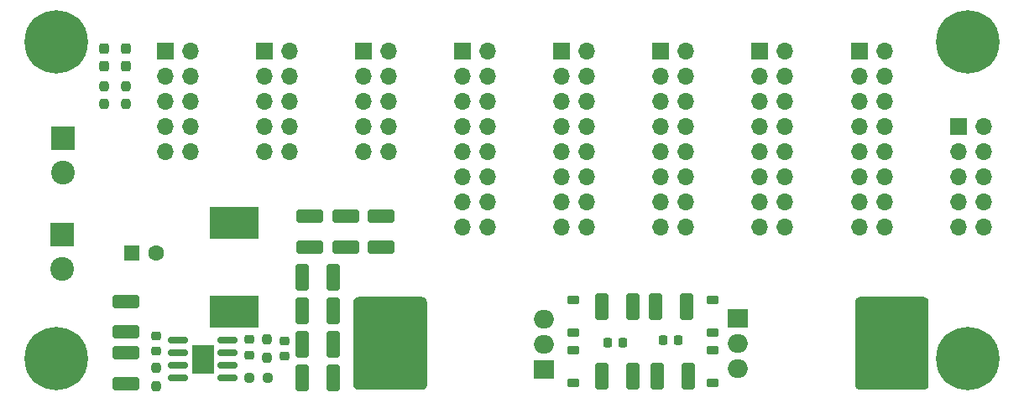
<source format=gbr>
%TF.GenerationSoftware,KiCad,Pcbnew,8.0.0*%
%TF.CreationDate,2024-09-10T09:18:46-07:00*%
%TF.ProjectId,power_v2,706f7765-725f-4763-922e-6b696361645f,rev?*%
%TF.SameCoordinates,Original*%
%TF.FileFunction,Soldermask,Top*%
%TF.FilePolarity,Negative*%
%FSLAX46Y46*%
G04 Gerber Fmt 4.6, Leading zero omitted, Abs format (unit mm)*
G04 Created by KiCad (PCBNEW 8.0.0) date 2024-09-10 09:18:46*
%MOMM*%
%LPD*%
G01*
G04 APERTURE LIST*
G04 Aperture macros list*
%AMRoundRect*
0 Rectangle with rounded corners*
0 $1 Rounding radius*
0 $2 $3 $4 $5 $6 $7 $8 $9 X,Y pos of 4 corners*
0 Add a 4 corners polygon primitive as box body*
4,1,4,$2,$3,$4,$5,$6,$7,$8,$9,$2,$3,0*
0 Add four circle primitives for the rounded corners*
1,1,$1+$1,$2,$3*
1,1,$1+$1,$4,$5*
1,1,$1+$1,$6,$7*
1,1,$1+$1,$8,$9*
0 Add four rect primitives between the rounded corners*
20,1,$1+$1,$2,$3,$4,$5,0*
20,1,$1+$1,$4,$5,$6,$7,0*
20,1,$1+$1,$6,$7,$8,$9,0*
20,1,$1+$1,$8,$9,$2,$3,0*%
G04 Aperture macros list end*
%ADD10RoundRect,0.225000X0.250000X-0.225000X0.250000X0.225000X-0.250000X0.225000X-0.250000X-0.225000X0*%
%ADD11R,1.700000X1.700000*%
%ADD12O,1.700000X1.700000*%
%ADD13R,4.950000X3.175000*%
%ADD14RoundRect,0.250000X0.412500X1.100000X-0.412500X1.100000X-0.412500X-1.100000X0.412500X-1.100000X0*%
%ADD15RoundRect,0.237500X-0.237500X0.287500X-0.237500X-0.287500X0.237500X-0.287500X0.237500X0.287500X0*%
%ADD16O,3.500000X3.500000*%
%ADD17R,2.000000X1.905000*%
%ADD18O,2.000000X1.905000*%
%ADD19C,6.400000*%
%ADD20R,1.600000X1.600000*%
%ADD21C,1.600000*%
%ADD22R,2.400000X2.400000*%
%ADD23C,2.400000*%
%ADD24RoundRect,0.225000X0.375000X-0.225000X0.375000X0.225000X-0.375000X0.225000X-0.375000X-0.225000X0*%
%ADD25RoundRect,0.237500X-0.250000X-0.237500X0.250000X-0.237500X0.250000X0.237500X-0.250000X0.237500X0*%
%ADD26RoundRect,0.250000X-1.100000X0.412500X-1.100000X-0.412500X1.100000X-0.412500X1.100000X0.412500X0*%
%ADD27RoundRect,0.150000X-0.825000X-0.150000X0.825000X-0.150000X0.825000X0.150000X-0.825000X0.150000X0*%
%ADD28R,2.290000X3.000000*%
%ADD29RoundRect,0.237500X0.237500X-0.287500X0.237500X0.287500X-0.237500X0.287500X-0.237500X-0.287500X0*%
%ADD30RoundRect,0.237500X-0.237500X0.250000X-0.237500X-0.250000X0.237500X-0.250000X0.237500X0.250000X0*%
%ADD31RoundRect,0.237500X0.237500X-0.250000X0.237500X0.250000X-0.237500X0.250000X-0.237500X-0.250000X0*%
%ADD32RoundRect,0.250000X1.100000X-0.412500X1.100000X0.412500X-1.100000X0.412500X-1.100000X-0.412500X0*%
%ADD33RoundRect,0.225000X-0.375000X0.225000X-0.375000X-0.225000X0.375000X-0.225000X0.375000X0.225000X0*%
%ADD34RoundRect,0.225000X0.225000X0.250000X-0.225000X0.250000X-0.225000X-0.250000X0.225000X-0.250000X0*%
%ADD35RoundRect,0.225000X-0.250000X0.225000X-0.250000X-0.225000X0.250000X-0.225000X0.250000X0.225000X0*%
G04 APERTURE END LIST*
D10*
%TO.C,C5*%
X123500000Y-110675000D03*
X123500000Y-109125000D03*
%TD*%
D11*
%TO.C,J7*%
X145000000Y-80000000D03*
D12*
X147540000Y-80000000D03*
X145000000Y-82540000D03*
X147540000Y-82540000D03*
X145000000Y-85080000D03*
X147540000Y-85080000D03*
X145000000Y-87620000D03*
X147540000Y-87620000D03*
X145000000Y-90160000D03*
X147540000Y-90160000D03*
X145000000Y-92700000D03*
X147540000Y-92700000D03*
X145000000Y-95240000D03*
X147540000Y-95240000D03*
X145000000Y-97780000D03*
X147540000Y-97780000D03*
%TD*%
D13*
%TO.C,L3*%
X122000000Y-106307500D03*
X122000000Y-97292500D03*
%TD*%
D14*
%TO.C,C12*%
X131962500Y-109600000D03*
X128837500Y-109600000D03*
%TD*%
D10*
%TO.C,C6*%
X127000000Y-110775000D03*
X127000000Y-109225000D03*
%TD*%
D15*
%TO.C,D6*%
X108800000Y-79747500D03*
X108800000Y-81497500D03*
%TD*%
D16*
%TO.C,U3*%
X136570000Y-109600000D03*
D17*
X153230000Y-112140000D03*
D18*
X153230000Y-109600000D03*
X153230000Y-107060000D03*
%TD*%
D19*
%TO.C,H1*%
X104000000Y-79000000D03*
%TD*%
D20*
%TO.C,C3*%
X111617621Y-100400000D03*
D21*
X114117621Y-100400000D03*
%TD*%
D22*
%TO.C,J4*%
X104600000Y-98500000D03*
D23*
X104600000Y-102000000D03*
%TD*%
D19*
%TO.C,H4*%
X196000000Y-111000000D03*
%TD*%
D11*
%TO.C,J9*%
X155000000Y-80000000D03*
D12*
X157540000Y-80000000D03*
X155000000Y-82540000D03*
X157540000Y-82540000D03*
X155000000Y-85080000D03*
X157540000Y-85080000D03*
X155000000Y-87620000D03*
X157540000Y-87620000D03*
X155000000Y-90160000D03*
X157540000Y-90160000D03*
X155000000Y-92700000D03*
X157540000Y-92700000D03*
X155000000Y-95240000D03*
X157540000Y-95240000D03*
X155000000Y-97780000D03*
X157540000Y-97780000D03*
%TD*%
D24*
%TO.C,D3*%
X170200000Y-108450000D03*
X170200000Y-105150000D03*
%TD*%
D14*
%TO.C,C18*%
X162162500Y-112800000D03*
X159037500Y-112800000D03*
%TD*%
D25*
%TO.C,R4*%
X123487500Y-113000000D03*
X125312500Y-113000000D03*
%TD*%
D26*
%TO.C,C7*%
X133200000Y-96637500D03*
X133200000Y-99762500D03*
%TD*%
D11*
%TO.C,J11*%
X165000000Y-80000000D03*
D12*
X167540000Y-80000000D03*
X165000000Y-82540000D03*
X167540000Y-82540000D03*
X165000000Y-85080000D03*
X167540000Y-85080000D03*
X165000000Y-87620000D03*
X167540000Y-87620000D03*
X165000000Y-90160000D03*
X167540000Y-90160000D03*
X165000000Y-92700000D03*
X167540000Y-92700000D03*
X165000000Y-95240000D03*
X167540000Y-95240000D03*
X165000000Y-97780000D03*
X167540000Y-97780000D03*
%TD*%
D14*
%TO.C,C13*%
X131962500Y-113000000D03*
X128837500Y-113000000D03*
%TD*%
D27*
%TO.C,U1*%
X116325000Y-109195000D03*
X116325000Y-110465000D03*
X116325000Y-111735000D03*
X116325000Y-113005000D03*
X121275000Y-113005000D03*
X121275000Y-111735000D03*
X121275000Y-110465000D03*
X121275000Y-109195000D03*
D28*
X118800000Y-111100000D03*
%TD*%
D26*
%TO.C,C4*%
X111000000Y-110437500D03*
X111000000Y-113562500D03*
%TD*%
D29*
%TO.C,D1*%
X111000000Y-81475000D03*
X111000000Y-79725000D03*
%TD*%
D24*
%TO.C,D2*%
X156200000Y-113450000D03*
X156200000Y-110150000D03*
%TD*%
D14*
%TO.C,C20*%
X162162500Y-105800000D03*
X159037500Y-105800000D03*
%TD*%
D11*
%TO.C,J10*%
X125000000Y-80000000D03*
D12*
X127540000Y-80000000D03*
X125000000Y-82540000D03*
X127540000Y-82540000D03*
X125000000Y-85080000D03*
X127540000Y-85080000D03*
X125000000Y-87620000D03*
X127540000Y-87620000D03*
X125000000Y-90160000D03*
X127540000Y-90160000D03*
%TD*%
D24*
%TO.C,D5*%
X170200000Y-113450000D03*
X170200000Y-110150000D03*
%TD*%
D11*
%TO.C,J12*%
X115000000Y-80000000D03*
D12*
X117540000Y-80000000D03*
X115000000Y-82540000D03*
X117540000Y-82540000D03*
X115000000Y-85080000D03*
X117540000Y-85080000D03*
X115000000Y-87620000D03*
X117540000Y-87620000D03*
X115000000Y-90160000D03*
X117540000Y-90160000D03*
%TD*%
D30*
%TO.C,R5*%
X111000000Y-83487500D03*
X111000000Y-85312500D03*
%TD*%
D11*
%TO.C,J8*%
X195000000Y-87620000D03*
D12*
X197540000Y-87620000D03*
X195000000Y-90160000D03*
X197540000Y-90160000D03*
X195000000Y-92700000D03*
X197540000Y-92700000D03*
X195000000Y-95240000D03*
X197540000Y-95240000D03*
X195000000Y-97780000D03*
X197540000Y-97780000D03*
%TD*%
D31*
%TO.C,R3*%
X125287500Y-110912500D03*
X125287500Y-109087500D03*
%TD*%
D32*
%TO.C,C1*%
X111000000Y-108362500D03*
X111000000Y-105237500D03*
%TD*%
D16*
%TO.C,U2*%
X189460000Y-109540000D03*
D17*
X172800000Y-107000000D03*
D18*
X172800000Y-109540000D03*
X172800000Y-112080000D03*
%TD*%
D22*
%TO.C,J5*%
X104700000Y-88750000D03*
D23*
X104700000Y-92250000D03*
%TD*%
D30*
%TO.C,R6*%
X108800000Y-83487500D03*
X108800000Y-85312500D03*
%TD*%
D19*
%TO.C,H3*%
X196000000Y-79000000D03*
%TD*%
D33*
%TO.C,D4*%
X156177500Y-105150000D03*
X156177500Y-108450000D03*
%TD*%
D14*
%TO.C,C17*%
X167562500Y-105800000D03*
X164437500Y-105800000D03*
%TD*%
D34*
%TO.C,C15*%
X166775000Y-109200000D03*
X165225000Y-109200000D03*
%TD*%
D26*
%TO.C,C11*%
X136800000Y-96637500D03*
X136800000Y-99762500D03*
%TD*%
D14*
%TO.C,C19*%
X167762500Y-112800000D03*
X164637500Y-112800000D03*
%TD*%
D34*
%TO.C,C16*%
X161175000Y-109400000D03*
X159625000Y-109400000D03*
%TD*%
D14*
%TO.C,C10*%
X131962500Y-106200000D03*
X128837500Y-106200000D03*
%TD*%
D11*
%TO.C,J15*%
X185000000Y-80000000D03*
D12*
X187540000Y-80000000D03*
X185000000Y-82540000D03*
X187540000Y-82540000D03*
X185000000Y-85080000D03*
X187540000Y-85080000D03*
X185000000Y-87620000D03*
X187540000Y-87620000D03*
X185000000Y-90160000D03*
X187540000Y-90160000D03*
X185000000Y-92700000D03*
X187540000Y-92700000D03*
X185000000Y-95240000D03*
X187540000Y-95240000D03*
X185000000Y-97780000D03*
X187540000Y-97780000D03*
%TD*%
D26*
%TO.C,C9*%
X129600000Y-96637500D03*
X129600000Y-99762500D03*
%TD*%
D14*
%TO.C,C8*%
X131962500Y-102800000D03*
X128837500Y-102800000D03*
%TD*%
D11*
%TO.C,J13*%
X175000000Y-80000000D03*
D12*
X177540000Y-80000000D03*
X175000000Y-82540000D03*
X177540000Y-82540000D03*
X175000000Y-85080000D03*
X177540000Y-85080000D03*
X175000000Y-87620000D03*
X177540000Y-87620000D03*
X175000000Y-90160000D03*
X177540000Y-90160000D03*
X175000000Y-92700000D03*
X177540000Y-92700000D03*
X175000000Y-95240000D03*
X177540000Y-95240000D03*
X175000000Y-97780000D03*
X177540000Y-97780000D03*
%TD*%
D30*
%TO.C,R2*%
X114100000Y-111987500D03*
X114100000Y-113812500D03*
%TD*%
D19*
%TO.C,H2*%
X104000000Y-111000000D03*
%TD*%
D35*
%TO.C,C2*%
X114100000Y-108725000D03*
X114100000Y-110275000D03*
%TD*%
D11*
%TO.C,J14*%
X135000000Y-80000000D03*
D12*
X137540000Y-80000000D03*
X135000000Y-82540000D03*
X137540000Y-82540000D03*
X135000000Y-85080000D03*
X137540000Y-85080000D03*
X135000000Y-87620000D03*
X137540000Y-87620000D03*
X135000000Y-90160000D03*
X137540000Y-90160000D03*
%TD*%
G36*
X191508059Y-104801061D02*
G01*
X191613223Y-104814906D01*
X191644491Y-104823284D01*
X191734918Y-104860740D01*
X191762951Y-104876925D01*
X191840601Y-104936508D01*
X191863491Y-104959398D01*
X191923074Y-105037048D01*
X191939259Y-105065081D01*
X191976715Y-105155508D01*
X191985093Y-105186775D01*
X191998939Y-105291939D01*
X192000000Y-105308125D01*
X192000000Y-113691874D01*
X191998939Y-113708060D01*
X191985093Y-113813224D01*
X191976715Y-113844491D01*
X191939259Y-113934918D01*
X191923074Y-113962951D01*
X191863491Y-114040601D01*
X191840601Y-114063491D01*
X191762951Y-114123074D01*
X191734918Y-114139259D01*
X191644491Y-114176715D01*
X191613224Y-114185093D01*
X191508060Y-114198939D01*
X191491874Y-114200000D01*
X185108126Y-114200000D01*
X185091940Y-114198939D01*
X184986775Y-114185093D01*
X184955508Y-114176715D01*
X184865081Y-114139259D01*
X184837048Y-114123074D01*
X184759398Y-114063491D01*
X184736508Y-114040601D01*
X184676925Y-113962951D01*
X184660740Y-113934918D01*
X184623284Y-113844491D01*
X184614906Y-113813223D01*
X184601061Y-113708059D01*
X184600000Y-113691874D01*
X184600000Y-105308125D01*
X184601061Y-105291940D01*
X184614906Y-105186776D01*
X184623284Y-105155508D01*
X184660740Y-105065081D01*
X184676925Y-105037048D01*
X184736508Y-104959398D01*
X184759398Y-104936508D01*
X184837048Y-104876925D01*
X184865081Y-104860740D01*
X184955508Y-104823284D01*
X184986776Y-104814906D01*
X185091941Y-104801061D01*
X185108126Y-104800000D01*
X191491874Y-104800000D01*
X191508059Y-104801061D01*
G37*
G36*
X140908059Y-104801061D02*
G01*
X141013223Y-104814906D01*
X141044491Y-104823284D01*
X141134918Y-104860740D01*
X141162951Y-104876925D01*
X141240601Y-104936508D01*
X141263491Y-104959398D01*
X141323074Y-105037048D01*
X141339259Y-105065081D01*
X141376715Y-105155508D01*
X141385093Y-105186775D01*
X141398939Y-105291939D01*
X141400000Y-105308125D01*
X141400000Y-113691874D01*
X141398939Y-113708060D01*
X141385093Y-113813224D01*
X141376715Y-113844491D01*
X141339259Y-113934918D01*
X141323074Y-113962951D01*
X141263491Y-114040601D01*
X141240601Y-114063491D01*
X141162951Y-114123074D01*
X141134918Y-114139259D01*
X141044491Y-114176715D01*
X141013224Y-114185093D01*
X140908060Y-114198939D01*
X140891874Y-114200000D01*
X134508126Y-114200000D01*
X134491940Y-114198939D01*
X134386775Y-114185093D01*
X134355508Y-114176715D01*
X134265081Y-114139259D01*
X134237048Y-114123074D01*
X134159398Y-114063491D01*
X134136508Y-114040601D01*
X134076925Y-113962951D01*
X134060740Y-113934918D01*
X134023284Y-113844491D01*
X134014906Y-113813223D01*
X134001061Y-113708059D01*
X134000000Y-113691874D01*
X134000000Y-105308125D01*
X134001061Y-105291940D01*
X134014906Y-105186776D01*
X134023284Y-105155508D01*
X134060740Y-105065081D01*
X134076925Y-105037048D01*
X134136508Y-104959398D01*
X134159398Y-104936508D01*
X134237048Y-104876925D01*
X134265081Y-104860740D01*
X134355508Y-104823284D01*
X134386776Y-104814906D01*
X134491941Y-104801061D01*
X134508126Y-104800000D01*
X140891874Y-104800000D01*
X140908059Y-104801061D01*
G37*
M02*

</source>
